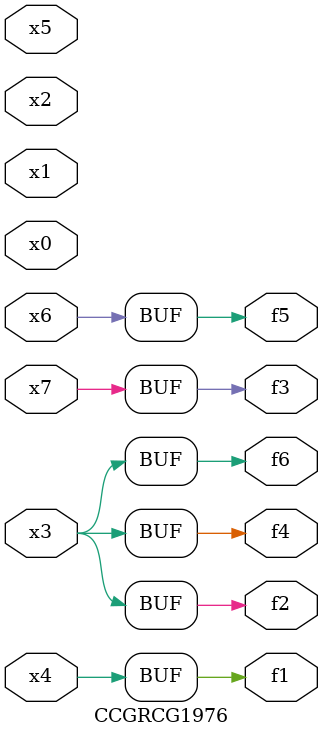
<source format=v>
module CCGRCG1976(
	input x0, x1, x2, x3, x4, x5, x6, x7,
	output f1, f2, f3, f4, f5, f6
);
	assign f1 = x4;
	assign f2 = x3;
	assign f3 = x7;
	assign f4 = x3;
	assign f5 = x6;
	assign f6 = x3;
endmodule

</source>
